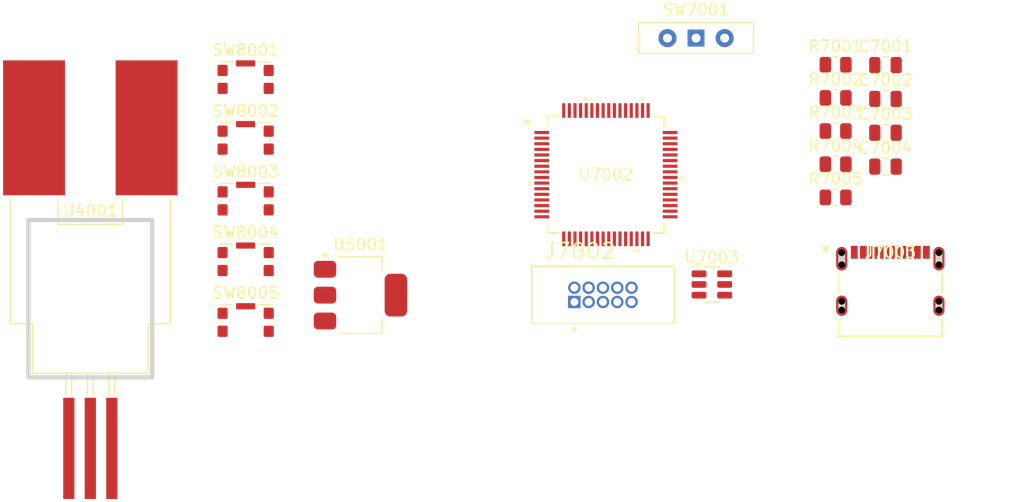
<source format=kicad_pcb>
(kicad_pcb (version 20240108) (generator "pcbnew") (generator_version "8.0")
  (layers (0 "F.Cu" signal) (1 "In1.Cu" signal) (2 "In2.Cu" signal) (3 "In3.Cu" signal) (4 "In4.Cu" signal) (31 "B.Cu" signal) (34 "B.Paste" user) (35 "F.Paste" user) (36 "B.SilkS" user "B.Silkscreen") (37 "F.SilkS" user "F.Silkscreen") (38 "B.Mask" user) (39 "F.Mask" user) (44 "Edge.Cuts" user))
  (net 0 "")
  (net 1 "VDD")
  (net 2 "NRST")
  (net 4 "GND")
  (net 6 "SWO")
  (net 7 "SWDIO")
  (net 8 "SWCLK")
  (net 9 "OB_LEFT")
  (net 10 "OB_UP")
  (net 14 "Net-(U4001-IP+)")
  (net 15 "/12V Supply/12v_spply_lw_crrnt_spply_dcpwr")
  (net 16 "/Low Current Supply/lw_crrnt_spply_u_cntrllr_dcpwr")
  (net 17 "/Low Current Supply/12v_spply_lw_crrnt_spply_dcpwr")
  (net 18 "OB_ENTER")
  (net 19 "OB_DOWN")
  (net 20 "OB_RIGHT")
  (net 22 "12V_CUR_SENS")
  (net 24 "/U Controller/PB14")
  (net 25 "/U Controller/PB9")
  (net 26 "12V_VOL_SENS")
  (net 27 "/U Controller/PF1")
  (net 32 "USB_DP")
  (net 33 "/U Controller/PB15")
  (net 35 "PMBUS_SDA")
  (net 39 "/U Controller/PB13")
  (net 41 "I2C_SDA")
  (net 42 "/U Controller/PF0")
  (net 45 "/U Controller/PB10")
  (net 46 "USB_DN")
  (net 55 "PMBUS_SCL")
  (net 60 "/U Controller/PB0")
  (net 61 "/U Controller/PB2")
  (net 62 "/U Controller/PB12")
  (net 64 "/U Controller/PB1")
  (net 68 "I2C_SCL")
  (net 72 "/U Controller/PB11")
  (net 73 "Net-(J7003-CC1)")
  (net 74 "Net-(J7003-CC2)")
  (net 75 "Net-(J7003-D+-PadA6)")
  (net 76 "Net-(J7003-D--PadA7)")
  (net 77 "Net-(J7003-VBUS-PadA4)")
  (footprint "Button_Switch_THT:SW_Slide-03_Wuerth-WS-SLTV_10x2.5x6.4_P2.54mm" (layer "F.Cu") (at 180.34 87.63)
    (property "Reference" "SW7001" (at 0 -2.54 0) (layer "F.SilkS"))
    (property "Value" "SW_Wuerth_450301014042")
    (fp_rect (start -5.11 -1.36) (end 5.11 1.36) (stroke (width 0.12)) (fill none) (layer "F.SilkS"))
    (pad "1" thru_hole rect (at 0 0) (size 1.5 1.5) (drill 0.8) (layers "*.Cu" "*.Mask") (net 8 "SWCLK"))
    (pad "2" thru_hole circle (at -2.54 0) (size 1.6 1.6) (drill 0.8) (layers "*.Cu" "*.Mask") (net 4 "GND"))
    (pad "3" thru_hole circle (at 2.54 0) (size 1.6 1.6) (drill 0.8) (layers "*.Cu" "*.Mask") (net 1 "VDD"))
  )
  (footprint "Capacitor_SMD:C_0805_2012Metric" (layer "F.Cu") (at 197.17 96.05)
    (property "Reference" "C7003" (at 0 -1.68 0) (layer "F.SilkS"))
    (property "Value" "4.7u")
    (fp_line (start -0.261252 -0.735) (end 0.261252 -0.735) (stroke (width 0.12)) (layer "F.SilkS"))
    (fp_line (start -0.261252 0.735) (end 0.261252 0.735) (stroke (width 0.12)) (layer "F.SilkS"))
    (pad "1" smd roundrect (at -0.95 0) (size 1 1.45) (layers "F.Cu" "F.Paste" "F.Mask") (net 1 "VDD"))
    (pad "2" smd roundrect (at 0.95 0) (size 1 1.45) (layers "F.Cu" "F.Paste" "F.Mask") (net 4 "GND"))
  )
  (footprint "Resistor_SMD:R_0805_2012Metric" (layer "F.Cu") (at 192.74 90)
    (property "Reference" "R7001" (at 0 -1.65 0) (layer "F.SilkS"))
    (property "Value" "5K1")
    (fp_line (start -0.227064 -0.735) (end 0.227064 -0.735) (stroke (width 0.12)) (layer "F.SilkS"))
    (fp_line (start -0.227064 0.735) (end 0.227064 0.735) (stroke (width 0.12)) (layer "F.SilkS"))
    (pad "1" smd roundrect (at -0.9125 0) (size 1.025 1.4) (layers "F.Cu" "F.Paste" "F.Mask") (roundrect_rratio 0.243902) (net 73 "Net-(J7003-CC1)"))
    (pad "2" smd roundrect (at 0.9125 0) (size 1.025 1.4) (layers "F.Cu" "F.Paste" "F.Mask") (roundrect_rratio 0.243902) (net 4 "GND"))
  )
  (footprint "Package_TO_SOT_SMD:SOT-223-3_TabPin2" (layer "F.Cu") (at 150.52 110.49)
    (property "Reference" "U5001" (at 0 -4.5 0) (layer "F.SilkS"))
    (property "Value" "LD1117S33TR_SOT223")
    (fp_line (start -1.85 -3.41) (end 1.91 -3.41) (stroke (width 0.12)) (layer "F.SilkS"))
    (fp_line (start -1.85 3.41) (end 1.91 3.41) (stroke (width 0.12)) (layer "F.SilkS"))
    (fp_line (start 1.91 -3.41) (end 1.91 -2.15) (stroke (width 0.12)) (layer "F.SilkS"))
    (fp_line (start 1.91 3.41) (end 1.91 2.15) (stroke (width 0.12)) (layer "F.SilkS"))
    (fp_poly (pts (xy -3.13 -3.31) (xy -3.37 -3.64) (xy -2.89 -3.64) (xy -3.13 -3.31)) (stroke (width 0.12)) (fill solid) (layer "F.SilkS"))
    (pad "1" smd roundrect (at -3.15 -2.3) (size 2 1.5) (layers "F.Cu" "F.Paste" "F.Mask") (net 4 "GND"))
    (pad "2" smd roundrect (at -3.15 0) (size 2 1.5) (layers "F.Cu" "F.Paste" "F.Mask") (net 16 "/Low Current Supply/lw_crrnt_spply_u_cntrllr_dcpwr"))
    (pad "2" smd roundrect (at 3.15 0) (size 2 3.8) (layers "F.Cu" "F.Paste" "F.Mask") (net 16 "/Low Current Supply/lw_crrnt_spply_u_cntrllr_dcpwr"))
    (pad "3" smd roundrect (at -3.15 2.3) (size 2 1.5) (layers "F.Cu" "F.Paste" "F.Mask") (net 17 "/Low Current Supply/12v_spply_lw_crrnt_spply_dcpwr"))
  )
  (footprint "Sensor_Current:Allegro_CB_PSS" (layer "F.Cu") (at 126.52 109.115)
    (property "Reference" "U4001" (at 0 -6.13125 0) (layer "F.SilkS"))
    (property "Value" "ACS758xCB-150B-PSS")
    (fp_line (start -7.12 3.91375) (end -7.12 -7.20625) (stroke (width 0.12)) (layer "F.SilkS"))
    (fp_line (start -5.12 3.91375) (end -7.12 3.91375) (stroke (width 0.12)) (layer "F.SilkS"))
    (fp_line (start -5.12 8.31375) (end -5.12 3.91375) (stroke (width 0.12)) (layer "F.SilkS"))
    (fp_line (start -2.88 -4.92625) (end -2.88 -7.20625) (stroke (width 0.12)) (layer "F.SilkS"))
    (fp_line (start -2.88 -4.92625) (end 2.88 -4.92625) (stroke (width 0.12)) (layer "F.SilkS"))
    (fp_line (start -2.165 8.31375) (end -2.165 10.25625) (stroke (width 0.12)) (layer "F.SilkS"))
    (fp_line (start -1.655 8.31375) (end -1.655 10.25625) (stroke (width 0.12)) (layer "F.SilkS"))
    (fp_line (start -0.255 8.31375) (end -0.255 10.25625) (stroke (width 0.12)) (layer "F.SilkS"))
    (fp_line (start 0.255 8.31375) (end 0.255 10.25625) (stroke (width 0.12)) (layer "F.SilkS"))
    (fp_line (start 1.655 8.31375) (end 1.655 10.25625) (stroke (width 0.12)) (layer "F.SilkS"))
    (fp_line (start 2.165 8.31375) (end 2.165 10.25625) (stroke (width 0.12)) (layer "F.SilkS"))
    (fp_line (start 2.88 -4.92625) (end 2.88 -7.20625) (stroke (width 0.12)) (layer "F.SilkS"))
    (fp_line (start 5.12 3.91375) (end 7.12 3.91375) (stroke (width 0.12)) (layer "F.SilkS"))
    (fp_line (start 5.12 8.31375) (end -5.12 8.31375) (stroke (width 0.12)) (layer "F.SilkS"))
    (fp_line (start 5.12 8.31375) (end 5.12 3.91375) (stroke (width 0.12)) (layer "F.SilkS"))
    (fp_line (start 7.12 3.91375) (end 7.12 -7.20625) (stroke (width 0.12)) (layer "F.SilkS"))
    (fp_line (start -5.5 -5.30625) (end 5.5 -5.30625) (stroke (width 0.381)) (layer "Edge.Cuts"))
    (fp_line (start -5.5 8.69375) (end -5.5 -5.30625) (stroke (width 0.381)) (layer "Edge.Cuts"))
    (fp_line (start 5.5 -5.30625) (end 5.5 8.69375) (stroke (width 0.381)) (layer "Edge.Cuts"))
    (fp_line (start 5.5 8.69375) (end -5.5 8.69375) (stroke (width 0.381)) (layer "Edge.Cuts"))
    (pad "1" smd rect (at -1.91 15.00625) (size 1 9) (layers "F.Cu" "F.Paste" "F.Mask"))
    (pad "2" smd rect (at 0 15.00625) (size 1 9) (layers "F.Cu" "F.Paste" "F.Mask"))
    (pad "3" smd rect (at 1.91 15.00625) (size 1 9) (layers "F.Cu" "F.Paste" "F.Mask"))
    (pad "4" smd rect (at 5 -13.50625) (size 5.5 12) (layers "F.Cu" "F.Paste" "F.Mask") (net 14 "Net-(U4001-IP+)"))
    (pad "5" smd rect (at -5 -13.50625) (size 5.5 12) (layers "F.Cu" "F.Paste" "F.Mask") (net 15 "/12V Supply/12v_spply_lw_crrnt_spply_dcpwr"))
  )
  (footprint "work:LQFP-64_STM" (layer "F.Cu") (at 172.332599 99.775099)
    (property "Reference" "U7002" (at 0 0 0) (layer "F.SilkS"))
    (property "Value" "STM32C071RBT6")
    (fp_line (start -5.1816 -5.1816) (end -5.1816 -4.22244) (stroke (width 0.1524)) (layer "F.SilkS"))
    (fp_line (start -5.1816 4.22244) (end -5.1816 5.1816) (stroke (width 0.1524)) (layer "F.SilkS"))
    (fp_line (start -5.1816 5.1816) (end -4.22244 5.1816) (stroke (width 0.1524)) (layer "F.SilkS"))
    (fp_line (start -4.22244 -5.1816) (end -5.1816 -5.1816) (stroke (width 0.1524)) (layer "F.SilkS"))
    (fp_line (start 4.22244 5.1816) (end 5.1816 5.1816) (stroke (width 0.1524)) (layer "F.SilkS"))
    (fp_line (start 5.1816 -5.1816) (end 4.22244 -5.1816) (stroke (width 0.1524)) (layer "F.SilkS"))
    (fp_line (start 5.1816 -4.22244) (end 5.1816 -5.1816) (stroke (width 0.1524)) (layer "F.SilkS"))
    (fp_line (start 5.1816 5.1816) (end 5.1816 4.22244) (stroke (width 0.1524)) (layer "F.SilkS"))
    (fp_poly (pts (xy -6.865099 0.559501) (xy -6.865099 0.940501) (xy -6.611099 0.940501) (xy -6.611099 0.559501)) (fill solid) (layer "F.SilkS"))
    (fp_poly (pts (xy -2.440501 6.611099) (xy -2.440501 6.865099) (xy -2.059501 6.865099) (xy -2.059501 6.611099)) (fill solid) (layer "F.SilkS"))
    (fp_poly (pts (xy -1.940499 -6.611099) (xy -1.940499 -6.865099) (xy -1.559499 -6.865099) (xy -1.559499 -6.611099)) (fill solid) (layer "F.SilkS"))
    (fp_poly (pts (xy 2.5595 6.611099) (xy 2.5595 6.865099) (xy 2.9405 6.865099) (xy 2.9405 6.611099)) (fill solid) (layer "F.SilkS"))
    (fp_poly (pts (xy 3.059501 -6.611099) (xy 3.059501 -6.865099) (xy 3.440501 -6.865099) (xy 3.440501 -6.611099)) (fill solid) (layer "F.SilkS"))
    (fp_poly (pts (xy 6.865099 0.059499) (xy 6.865099 0.4405) (xy 6.611099 0.4405) (xy 6.611099 0.059499)) (fill solid) (layer "F.SilkS"))
    (fp_text user "*" (at -6.9921 -4.381 0) (layer "F.SilkS"))
    (fp_text user "*" (at -6.9921 -4.381 0) (layer "F.SilkS"))
    (pad "1" smd rect (at -5.705851 -3.75 90) (size 0.2794 1.302499) (layers "F.Cu" "F.Paste" "F.Mask"))
    (pad "2" smd rect (at -5.705851 -3.250001 90) (size 0.2794 1.302499) (layers "F.Cu" "F.Paste" "F.Mask"))
    (pad "3" smd rect (at -5.705851 -2.75 90) (size 0.2794 1.302499) (layers "F.Cu" "F.Paste" "F.Mask"))
    (pad "4" smd rect (at -5.705851 -2.250001 90) (size 0.2794 1.302499) (layers "F.Cu" "F.Paste" "F.Mask"))
    (pad "5" smd rect (at -5.705851 -1.749999 90) (size 0.2794 1.302499) (layers "F.Cu" "F.Paste" "F.Mask"))
    (pad "6" smd rect (at -5.705851 -1.25 90) (size 0.2794 1.302499) (layers "F.Cu" "F.Paste" "F.Mask"))
    (pad "7" smd rect (at -5.705851 -0.750001 90) (size 0.2794 1.302499) (layers "F.Cu" "F.Paste" "F.Mask") (net 1 "VDD"))
    (pad "8" smd rect (at -5.705851 -0.25 90) (size 0.2794 1.302499) (layers "F.Cu" "F.Paste" "F.Mask") (net 1 "VDD"))
    (pad "9" smd rect (at -5.705851 0.25 90) (size 0.2794 1.302499) (layers "F.Cu" "F.Paste" "F.Mask") (net 4 "GND"))
    (pad "10" smd rect (at -5.705851 0.750001 90) (size 0.2794 1.302499) (layers "F.Cu" "F.Paste" "F.Mask") (net 42 "/U Controller/PF0"))
    (pad "11" smd rect (at -5.705851 1.25 90) (size 0.2794 1.302499) (layers "F.Cu" "F.Paste" "F.Mask") (net 27 "/U Controller/PF1"))
    (pad "12" smd rect (at -5.705851 1.749999 90) (size 0.2794 1.302499) (layers "F.Cu" "F.Paste" "F.Mask") (net 2 "NRST"))
    (pad "13" smd rect (at -5.705851 2.250001 90) (size 0.2794 1.302499) (layers "F.Cu" "F.Paste" "F.Mask"))
    (pad "14" smd rect (at -5.705851 2.75 90) (size 0.2794 1.302499) (layers "F.Cu" "F.Paste" "F.Mask"))
    (pad "15" smd rect (at -5.705851 3.250001 90) (size 0.2794 1.302499) (layers "F.Cu" "F.Paste" "F.Mask"))
    (pad "16" smd rect (at -5.705851 3.75 90) (size 0.2794 1.302499) (layers "F.Cu" "F.Paste" "F.Mask"))
    (pad "17" smd rect (at -3.75 5.705851) (size 0.2794 1.302499) (layers "F.Cu" "F.Paste" "F.Mask") (net 22 "12V_CUR_SENS"))
    (pad "18" smd rect (at -3.250001 5.705851) (size 0.2794 1.302499) (layers "F.Cu" "F.Paste" "F.Mask") (net 26 "12V_VOL_SENS"))
    (pad "19" smd rect (at -2.75 5.705851) (size 0.2794 1.302499) (layers "F.Cu" "F.Paste" "F.Mask"))
    (pad "20" smd rect (at -2.250001 5.705851) (size 0.2794 1.302499) (layers "F.Cu" "F.Paste" "F.Mask"))
    (pad "21" smd rect (at -1.749999 5.705851) (size 0.2794 1.302499) (layers "F.Cu" "F.Paste" "F.Mask"))
    (pad "22" smd rect (at -1.25 5.705851) (size 0.2794 1.302499) (layers "F.Cu" "F.Paste" "F.Mask"))
    (pad "23" smd rect (at -0.750001 5.705851) (size 0.2794 1.302499) (layers "F.Cu" "F.Paste" "F.Mask") (net 41 "I2C_SDA"))
    (pad "24" smd rect (at -0.25 5.705851) (size 0.2794 1.302499) (layers "F.Cu" "F.Paste" "F.Mask") (net 68 "I2C_SCL"))
    (pad "25" smd rect (at 0.25 5.705851) (size 0.2794 1.302499) (layers "F.Cu" "F.Paste" "F.Mask"))
    (pad "26" smd rect (at 0.750001 5.705851) (size 0.2794 1.302499) (layers "F.Cu" "F.Paste" "F.Mask"))
    (pad "27" smd rect (at 1.25 5.705851) (size 0.2794 1.302499) (layers "F.Cu" "F.Paste" "F.Mask") (net 60 "/U Controller/PB0"))
    (pad "28" smd rect (at 1.749999 5.705851) (size 0.2794 1.302499) (layers "F.Cu" "F.Paste" "F.Mask") (net 64 "/U Controller/PB1"))
    (pad "29" smd rect (at 2.250001 5.705851) (size 0.2794 1.302499) (layers "F.Cu" "F.Paste" "F.Mask") (net 61 "/U Controller/PB2"))
    (pad "30" smd rect (at 2.75 5.705851) (size 0.2794 1.302499) (layers "F.Cu" "F.Paste" "F.Mask") (net 45 "/U Controller/PB10"))
    (pad "31" smd rect (at 3.250001 5.705851) (size 0.2794 1.302499) (layers "F.Cu" "F.Paste" "F.Mask") (net 72 "/U Controller/PB11"))
    (pad "32" smd rect (at 3.75 5.705851) (size 0.2794 1.302499) (layers "F.Cu" "F.Paste" "F.Mask") (net 62 "/U Controller/PB12"))
    (pad "33" smd rect (at 5.705851 3.75 90) (size 0.2794 1.302499) (layers "F.Cu" "F.Paste" "F.Mask") (net 39 "/U Controller/PB13"))
    (pad "34" smd rect (at 5.705851 3.250001 90) (size 0.2794 1.302499) (layers "F.Cu" "F.Paste" "F.Mask") (net 24 "/U Controller/PB14"))
    (pad "35" smd rect (at 5.705851 2.75 90) (size 0.2794 1.302499) (layers "F.Cu" "F.Paste" "F.Mask") (net 33 "/U Controller/PB15"))
    (pad "36" smd rect (at 5.705851 2.250001 90) (size 0.2794 1.302499) (layers "F.Cu" "F.Paste" "F.Mask"))
    (pad "37" smd rect (at 5.705851 1.749999 90) (size 0.2794 1.302499) (layers "F.Cu" "F.Paste" "F.Mask") (net 55 "PMBUS_SCL"))
    (pad "38" smd rect (at 5.705851 1.25 90) (size 0.2794 1.302499) (layers "F.Cu" "F.Paste" "F.Mask"))
    (pad "39" smd rect (at 5.705851 0.750001 90) (size 0.2794 1.302499) (layers "F.Cu" "F.Paste" "F.Mask"))
    (pad "40" smd rect (at 5.705851 0.25 90) (size 0.2794 1.302499) (layers "F.Cu" "F.Paste" "F.Mask"))
    (pad "41" smd rect (at 5.705851 -0.25 90) (size 0.2794 1.302499) (layers "F.Cu" "F.Paste" "F.Mask"))
    (pad "42" smd rect (at 5.705851 -0.750001 90) (size 0.2794 1.302499) (layers "F.Cu" "F.Paste" "F.Mask") (net 35 "PMBUS_SDA"))
    (pad "43" smd rect (at 5.705851 -1.25 90) (size 0.2794 1.302499) (layers "F.Cu" "F.Paste" "F.Mask") (net 46 "USB_DN"))
    (pad "44" smd rect (at 5.705851 -1.749999 90) (size 0.2794 1.302499) (layers "F.Cu" "F.Paste" "F.Mask") (net 32 "USB_DP"))
    (pad "45" smd rect (at 5.705851 -2.250001 90) (size 0.2794 1.302499) (layers "F.Cu" "F.Paste" "F.Mask") (net 7 "SWDIO"))
    (pad "46" smd rect (at 5.705851 -2.75 90) (size 0.2794 1.302499) (layers "F.Cu" "F.Paste" "F.Mask") (net 8 "SWCLK"))
    (pad "47" smd rect (at 5.705851 -3.250001 90) (size 0.2794 1.302499) (layers "F.Cu" "F.Paste" "F.Mask"))
    (pad "48" smd rect (at 5.705851 -3.75 90) (size 0.2794 1.302499) (layers "F.Cu" "F.Paste" "F.Mask"))
    (pad "49" smd rect (at 3.75 -5.705851) (size 0.2794 1.302499) (layers "F.Cu" "F.Paste" "F.Mask"))
    (pad "50" smd rect (at 3.250001 -5.705851) (size 0.2794 1.302499) (layers "F.Cu" "F.Paste" "F.Mask"))
    (pad "51" smd rect (at 2.75 -5.705851) (size 0.2794 1.302499) (layers "F.Cu" "F.Paste" "F.Mask"))
    (pad "52" smd rect (at 2.250001 -5.705851) (size 0.2794 1.302499) (layers "F.Cu" "F.Paste" "F.Mask"))
    (pad "53" smd rect (at 1.749999 -5.705851) (size 0.2794 1.302499) (layers "F.Cu" "F.Paste" "F.Mask"))
    (pad "54" smd rect (at 1.25 -5.705851) (size 0.2794 1.302499) (layers "F.Cu" "F.Paste" "F.Mask"))
    (pad "55" smd rect (at 0.750001 -5.705851) (size 0.2794 1.302499) (layers "F.Cu" "F.Paste" "F.Mask"))
    (pad "56" smd rect (at 0.25 -5.705851) (size 0.2794 1.302499) (layers "F.Cu" "F.Paste" "F.Mask"))
    (pad "57" smd rect (at -0.25 -5.705851) (size 0.2794 1.302499) (layers "F.Cu" "F.Paste" "F.Mask") (net 6 "SWO"))
    (pad "58" smd rect (at -0.750001 -5.705851) (size 0.2794 1.302499) (layers "F.Cu" "F.Paste" "F.Mask") (net 10 "OB_UP"))
    (pad "59" smd rect (at -1.25 -5.705851) (size 0.2794 1.302499) (layers "F.Cu" "F.Paste" "F.Mask") (net 19 "OB_DOWN"))
    (pad "60" smd rect (at -1.749999 -5.705851) (size 0.2794 1.302499) (layers "F.Cu" "F.Paste" "F.Mask") (net 9 "OB_LEFT"))
    (pad "61" smd rect (at -2.250001 -5.705851) (size 0.2794 1.302499) (layers "F.Cu" "F.Paste" "F.Mask") (net 20 "OB_RIGHT"))
    (pad "62" smd rect (at -2.75 -5.705851) (size 0.2794 1.302499) (layers "F.Cu" "F.Paste" "F.Mask") (net 18 "OB_ENTER"))
    (pad "63" smd rect (at -3.250001 -5.705851) (size 0.2794 1.302499) (layers "F.Cu" "F.Paste" "F.Mask") (net 25 "/U Controller/PB9"))
    (pad "64" smd rect (at -3.75 -5.705851) (size 0.2794 1.302499) (layers "F.Cu" "F.Paste" "F.Mask"))
  )
  (footprint "Capacitor_SMD:C_0805_2012Metric" (layer "F.Cu") (at 197.17 99.06)
    (property "Reference" "C7004" (at 0 -1.68 0) (layer "F.SilkS"))
    (property "Value" "100n")
    (fp_line (start -0.261252 -0.735) (end 0.261252 -0.735) (stroke (width 0.12)) (layer "F.SilkS"))
    (fp_line (start -0.261252 0.735) (end 0.261252 0.735) (stroke (width 0.12)) (layer "F.SilkS"))
    (pad "1" smd roundrect (at -0.95 0) (size 1 1.45) (layers "F.Cu" "F.Paste" "F.Mask") (net 1 "VDD"))
    (pad "2" smd roundrect (at 0.95 0) (size 1 1.45) (layers "F.Cu" "F.Paste" "F.Mask") (net 4 "GND"))
  )
  (footprint "Button_Switch_SMD:SW_SPST_CK_KMS2xxGP" (layer "F.Cu") (at 140.32 102.105)
    (property "Reference" "SW8003" (at 0 -2.6 0) (layer "F.SilkS"))
    (property "Value" "CK_KMS2xxG")
    (fp_line (start -2.21 -1.56) (end -1.11 -1.56) (stroke (width 0.12)) (layer "F.SilkS"))
    (fp_line (start -2.21 -0.04) (end -2.21 0.04) (stroke (width 0.12)) (layer "F.SilkS"))
    (fp_line (start 1.11 -1.56) (end 2.21 -1.56) (stroke (width 0.12)) (layer "F.SilkS"))
    (fp_line (start 2.21 -0.04) (end 2.21 0.04) (stroke (width 0.12)) (layer "F.SilkS"))
    (pad "" np_thru_hole circle (at -0.975 0.75) (size 0.9 0.9) (drill 0.9) (layers "F&B.Cu" "*.Mask"))
    (pad "" np_thru_hole circle (at 0.975 0.75) (size 0.9 0.9) (drill 0.9) (layers "F&B.Cu" "*.Mask"))
    (pad "1" smd roundrect (at -2.05 -0.8) (size 0.9 1) (layers "F.Cu" "F.Paste" "F.Mask") (roundrect_rratio 0.15) (net 4 "GND"))
    (pad "1" smd roundrect (at 2.05 -0.8) (size 0.9 1) (layers "F.Cu" "F.Paste" "F.Mask") (roundrect_rratio 0.15) (net 4 "GND"))
    (pad "2" smd roundrect (at -2.05 0.8) (size 0.9 1) (layers "F.Cu" "F.Paste" "F.Mask") (roundrect_rratio 0.15) (net 18 "OB_ENTER"))
    (pad "2" smd roundrect (at 2.05 0.8) (size 0.9 1) (layers "F.Cu" "F.Paste" "F.Mask") (roundrect_rratio 0.15) (net 18 "OB_ENTER"))
    (pad "SH" smd roundrect (at 0 -1.425) (size 1.7 0.55) (layers "F.Cu" "F.Paste" "F.Mask") (roundrect_rratio 0.15) (net 4 "GND"))
  )
  (footprint "Button_Switch_SMD:SW_SPST_CK_KMS2xxGP" (layer "F.Cu") (at 140.32 112.905)
    (property "Reference" "SW8005" (at 0 -2.6 0) (layer "F.SilkS"))
    (property "Value" "CK_KMS2xxG")
    (fp_line (start -2.21 -1.56) (end -1.11 -1.56) (stroke (width 0.12)) (layer "F.SilkS"))
    (fp_line (start -2.21 -0.04) (end -2.21 0.04) (stroke (width 0.12)) (layer "F.SilkS"))
    (fp_line (start 1.11 -1.56) (end 2.21 -1.56) (stroke (width 0.12)) (layer "F.SilkS"))
    (fp_line (start 2.21 -0.04) (end 2.21 0.04) (stroke (width 0.12)) (layer "F.SilkS"))
    (pad "" np_thru_hole circle (at -0.975 0.75) (size 0.9 0.9) (drill 0.9) (layers "F&B.Cu" "*.Mask"))
    (pad "" np_thru_hole circle (at 0.975 0.75) (size 0.9 0.9) (drill 0.9) (layers "F&B.Cu" "*.Mask"))
    (pad "1" smd roundrect (at -2.05 -0.8) (size 0.9 1) (layers "F.Cu" "F.Paste" "F.Mask") (roundrect_rratio 0.15) (net 4 "GND"))
    (pad "1" smd roundrect (at 2.05 -0.8) (size 0.9 1) (layers "F.Cu" "F.Paste" "F.Mask") (roundrect_rratio 0.15) (net 4 "GND"))
    (pad "2" smd roundrect (at -2.05 0.8) (size 0.9 1) (layers "F.Cu" "F.Paste" "F.Mask") (roundrect_rratio 0.15) (net 20 "OB_RIGHT"))
    (pad "2" smd roundrect (at 2.05 0.8) (size 0.9 1) (layers "F.Cu" "F.Paste" "F.Mask") (roundrect_rratio 0.15) (net 20 "OB_RIGHT"))
    (pad "SH" smd roundrect (at 0 -1.425) (size 1.7 0.55) (layers "F.Cu" "F.Paste" "F.Mask") (roundrect_rratio 0.15) (net 4 "GND"))
  )
  (footprint "work:12402012E212A_AMP" (layer "F.Cu") (at 197.600001 110.3503)
    (property "Reference" "J7003" (at 0 -3.6703 0) (layer "F.SilkS"))
    (property "Value" "USB_C_Receptacle_USB2.0_16P")
    (fp_line (start -4.5974 -1.761308) (end -4.5974 -0.106891) (stroke (width 0.1524)) (layer "F.SilkS"))
    (fp_line (start -4.5974 2.266293) (end -4.5974 3.7973) (stroke (width 0.1524)) (layer "F.SilkS"))
    (fp_line (start -4.5974 3.7973) (end 4.5974 3.7973) (stroke (width 0.1524)) (layer "F.SilkS"))
    (fp_line (start 4.5974 -0.106891) (end 4.5974 -1.761308) (stroke (width 0.1524)) (layer "F.SilkS"))
    (fp_line (start 4.5974 3.7973) (end 4.5974 2.266293) (stroke (width 0.1524)) (layer "F.SilkS"))
    (fp_line (start -4.32 -2.5542) (end -4.32 -3.6464) (stroke (width 0.6096)) (layer "Edge.Cuts"))
    (fp_line (start -4.32 1.473401) (end -4.32 0.686001) (stroke (width 0.6096)) (layer "Edge.Cuts"))
    (fp_line (start 4.32 -2.5542) (end 4.32 -3.6464) (stroke (width 0.6096)) (layer "Edge.Cuts"))
    (fp_line (start 4.32 1.473401) (end 4.32 0.686001) (stroke (width 0.6096)) (layer "Edge.Cuts"))
    (fp_text user "*" (at -5.740001 -3.6703 0) (layer "F.SilkS"))
    (fp_text user "*" (at -5.740001 -3.6703 0) (layer "F.SilkS"))
    (pad "" np_thru_hole circle (at -4.32 -3.6464) (size 0.6096 0.6096) (drill 0.6096) (layers))
    (pad "" np_thru_hole circle (at -4.32 -2.5542) (size 0.6096 0.6096) (drill 0.6096) (layers))
    (pad "" np_thru_hole circle (at -4.32 0.686001) (size 0.6096 0.6096) (drill 0.6096) (layers))
    (pad "" np_thru_hole circle (at -4.32 1.473401) (size 0.6096 0.6096) (drill 0.6096) (layers))
    (pad "" np_thru_hole circle (at -2.889999 -2.6003) (size 0.6604 0.6604) (drill 0.6604) (layers "*.Cu" "*.Mask"))
    (pad "" np_thru_hole circle (at 2.889999 -2.6003) (size 0.6604 0.6604) (drill 0.6604) (layers "*.Cu" "*.Mask"))
    (pad "" np_thru_hole circle (at 4.32 -3.6464) (size 0.6096 0.6096) (drill 0.6096) (layers))
    (pad "" np_thru_hole circle (at 4.32 -2.5542) (size 0.6096 0.6096) (drill 0.6096) (layers))
    (pad "" np_thru_hole circle (at 4.32 0.686001) (size 0.6096 0.6096) (drill 0.6096) (layers))
    (pad "" np_thru_hole circle (at 4.32 1.473401) (size 0.6096 0.6096) (drill 0.6096) (layers))
    (pad "A1" smd rect (at -3.200001 -3.6703) (size 0.6096 1.143) (layers "F.Cu" "F.Paste" "F.Mask") (net 4 "GND"))
    (pad "A4" smd rect (at -2.4 -3.6703) (size 0.6096 1.143) (layers "F.Cu" "F.Paste" "F.Mask") (net 77 "Net-(J7003-VBUS-PadA4)"))
    (pad "A5" smd rect (at -1.25 -3.6703) (size 0.3048 1.143) (layers "F.Cu" "F.Paste" "F.Mask") (net 73 "Net-(J7003-CC1)"))
    (pad "A6" smd rect (at -0.25 -3.6703) (size 0.3048 1.143) (layers "F.Cu" "F.Paste" "F.Mask") (net 75 "Net-(J7003-D+-PadA6)"))
    (pad "A7" smd rect (at 0.25 -3.6703) (size 0.3048 1.143) (layers "F.Cu" "F.Paste" "F.Mask") (net 76 "Net-(J7003-D--PadA7)"))
    (pad "A8" smd rect (at 1.25 -3.6703) (size 0.3048 1.143) (layers "F.Cu" "F.Paste" "F.Mask"))
    (pad "B1" smd rect (at 3.199999 -3.6703) (size 0.6096 1.143) (layers "F.Cu" "F.Paste" "F.Mask") (net 4 "GND"))
    (pad "B4" smd rect (at 2.4 -3.6703) (size 0.6096 1.143) (layers "F.Cu" "F.Paste" "F.Mask") (net 77 "Net-(J7003-VBUS-PadA4)"))
    (pad "B5" smd rect (at 1.749999 -3.6703) (size 0.3048 1.143) (layers "F.Cu" "F.Paste" "F.Mask") (net 74 "Net-(J7003-CC2)"))
    (pad "B6" smd rect (at 0.750001 -3.6703) (size 0.3048 1.143) (layers "F.Cu" "F.Paste" "F.Mask") (net 75 "Net-(J7003-D+-PadA6)"))
    (pad "B7" smd rect (at -0.750001 -3.6703) (size 0.3048 1.143) (layers "F.Cu" "F.Paste" "F.Mask") (net 76 "Net-(J7003-D--PadA7)"))
    (pad "B8" smd rect (at -1.749999 -3.6703) (size 0.3048 1.143) (layers "F.Cu" "F.Paste" "F.Mask"))
    (pad "S1" smd oval (at -4.32 -3.1003) (size 0.9906 2.1082) (layers "F.Cu" "F.Paste" "F.Mask") (net 4 "GND"))
    (pad "S1" smd oval (at -4.32 1.079701) (size 0.9906 1.8034) (layers "F.Cu" "F.Paste" "F.Mask") (net 4 "GND"))
    (pad "S1" smd oval (at 4.32 -3.1003) (size 0.9906 2.1082) (layers "F.Cu" "F.Paste" "F.Mask") (net 4 "GND"))
    (pad "S1" smd oval (at 4.32 1.079701) (size 0.9906 1.8034) (layers "F.Cu" "F.Paste" "F.Mask") (net 4 "GND"))
  )
  (footprint "Resistor_SMD:R_0805_2012Metric" (layer "F.Cu") (at 192.74 92.95)
    (property "Reference" "R7002" (at 0 -1.65 0) (layer "F.SilkS"))
    (property "Value" "5K1")
    (fp_line (start -0.227064 -0.735) (end 0.227064 -0.735) (stroke (width 0.12)) (layer "F.SilkS"))
    (fp_line (start -0.227064 0.735) (end 0.227064 0.735) (stroke (width 0.12)) (layer "F.SilkS"))
    (pad "1" smd roundrect (at -0.9125 0) (size 1.025 1.4) (layers "F.Cu" "F.Paste" "F.Mask") (roundrect_rratio 0.243902) (net 74 "Net-(J7003-CC2)"))
    (pad "2" smd roundrect (at 0.9125 0) (size 1.025 1.4) (layers "F.Cu" "F.Paste" "F.Mask") (roundrect_rratio 0.243902) (net 4 "GND"))
  )
  (footprint "Button_Switch_SMD:SW_SPST_CK_KMS2xxGP" (layer "F.Cu") (at 140.32 107.505)
    (property "Reference" "SW8004" (at 0 -2.6 0) (layer "F.SilkS"))
    (property "Value" "CK_KMS2xxG")
    (fp_line (start -2.21 -1.56) (end -1.11 -1.56) (stroke (width 0.12)) (layer "F.SilkS"))
    (fp_line (start -2.21 -0.04) (end -2.21 0.04) (stroke (width 0.12)) (layer "F.SilkS"))
    (fp_line (start 1.11 -1.56) (end 2.21 -1.56) (stroke (width 0.12)) (layer "F.SilkS"))
    (fp_line (start 2.21 -0.04) (end 2.21 0.04) (stroke (width 0.12)) (layer "F.SilkS"))
    (pad "" np_thru_hole circle (at -0.975 0.75) (size 0.9 0.9) (drill 0.9) (layers "F&B.Cu" "*.Mask"))
    (pad "" np_thru_hole circle (at 0.975 0.75) (size 0.9 0.9) (drill 0.9) (layers "F&B.Cu" "*.Mask"))
    (pad "1" smd roundrect (at -2.05 -0.8) (size 0.9 1) (layers "F.Cu" "F.Paste" "F.Mask") (roundrect_rratio 0.15) (net 19 "OB_DOWN"))
    (pad "1" smd roundrect (at 2.05 -0.8) (size 0.9 1) (layers "F.Cu" "F.Paste" "F.Mask") (roundrect_rratio 0.15) (net 19 "OB_DOWN"))
    (pad "2" smd roundrect (at -2.05 0.8) (size 0.9 1) (layers "F.Cu" "F.Paste" "F.Mask") (roundrect_rratio 0.15) (net 4 "GND"))
    (pad "2" smd roundrect (at 2.05 0.8) (size 0.9 1) (layers "F.Cu" "F.Paste" "F.Mask") (roundrect_rratio 0.15) (net 4 "GND"))
    (pad "SH" smd roundrect (at 0 -1.425) (size 1.7 0.55) (layers "F.Cu" "F.Paste" "F.Mask") (roundrect_rratio 0.15) (net 4 "GND"))
  )
  (footprint "Button_Switch_SMD:SW_SPST_CK_KMS2xxGP" (layer "F.Cu") (at 140.32 96.705)
    (property "Reference" "SW8002" (at 0 -2.6 0) (layer "F.SilkS"))
    (property "Value" "CK_KMS2xxG")
    (fp_line (start -2.21 -1.56) (end -1.11 -1.56) (stroke (width 0.12)) (layer "F.SilkS"))
    (fp_line (start -2.21 -0.04) (end -2.21 0.04) (stroke (width 0.12)) (layer "F.SilkS"))
    (fp_line (start 1.11 -1.56) (end 2.21 -1.56) (stroke (width 0.12)) (layer "F.SilkS"))
    (fp_line (start 2.21 -0.04) (end 2.21 0.04) (stroke (width 0.12)) (layer "F.SilkS"))
    (pad "" np_thru_hole circle (at -0.975 0.75) (size 0.9 0.9) (drill 0.9) (layers "F&B.Cu" "*.Mask"))
    (pad "" np_thru_hole circle (at 0.975 0.75) (size 0.9 0.9) (drill 0.9) (layers "F&B.Cu" "*.Mask"))
    (pad "1" smd roundrect (at -2.05 -0.8) (size 0.9 1) (layers "F.Cu" "F.Paste" "F.Mask") (roundrect_rratio 0.15) (net 4 "GND"))
    (pad "1" smd roundrect (at 2.05 -0.8) (size 0.9 1) (layers "F.Cu" "F.Paste" "F.Mask") (roundrect_rratio 0.15) (net 4 "GND"))
    (pad "2" smd roundrect (at -2.05 0.8) (size 0.9 1) (layers "F.Cu" "F.Paste" "F.Mask") (roundrect_rratio 0.15) (net 10 "OB_UP"))
    (pad "2" smd roundrect (at 2.05 0.8) (size 0.9 1) (layers "F.Cu" "F.Paste" "F.Mask") (roundrect_rratio 0.15) (net 10 "OB_UP"))
    (pad "SH" smd roundrect (at 0 -1.425) (size 1.7 0.55) (layers "F.Cu" "F.Paste" "F.Mask") (roundrect_rratio 0.15) (net 4 "GND"))
  )
  (footprint "Capacitor_SMD:C_0805_2012Metric" (layer "F.Cu") (at 197.17 93.04)
    (property "Reference" "C7002" (at 0 -1.68 0) (layer "F.SilkS"))
    (property "Value" "6pF")
    (fp_line (start -0.261252 -0.735) (end 0.261252 -0.735) (stroke (width 0.12)) (layer "F.SilkS"))
    (fp_line (start -0.261252 0.735) (end 0.261252 0.735) (stroke (width 0.12)) (layer "F.SilkS"))
    (pad "1" smd roundrect (at -0.95 0) (size 1 1.45) (layers "F.Cu" "F.Paste" "F.Mask") (net 4 "GND"))
    (pad "2" smd roundrect (at 0.95 0) (size 1 1.45) (layers "F.Cu" "F.Paste" "F.Mask") (net 27 "/U Controller/PF1"))
  )
  (footprint "Button_Switch_SMD:SW_SPST_CK_KMS2xxGP" (layer "F.Cu") (at 140.32 91.305)
    (property "Reference" "SW8001" (at 0 -2.6 0) (layer "F.SilkS"))
    (property "Value" "CK_KMS2xxG")
    (fp_line (start -2.21 -1.56) (end -1.11 -1.56) (stroke (width 0.12)) (layer "F.SilkS"))
    (fp_line (start -2.21 -0.04) (end -2.21 0.04) (stroke (width 0.12)) (layer "F.SilkS"))
    (fp_line (start 1.11 -1.56) (end 2.21 -1.56) (stroke (width 0.12)) (layer "F.SilkS"))
    (fp_line (start 2.21 -0.04) (end 2.21 0.04) (stroke (width 0.12)) (layer "F.SilkS"))
    (pad "" np_thru_hole circle (at -0.975 0.75) (size 0.9 0.9) (drill 0.9) (layers "F&B.Cu" "*.Mask"))
    (pad "" np_thru_hole circle (at 0.975 0.75) (size 0.9 0.9) (drill 0.9) (layers "F&B.Cu" "*.Mask"))
    (pad "1" smd roundrect (at -2.05 -0.8) (size 0.9 1) (layers "F.Cu" "F.Paste" "F.Mask") (roundrect_rratio 0.15) (net 4 "GND"))
    (pad "1" smd roundrect (at 2.05 -0.8) (size 0.9 1) (layers "F.Cu" "F.Paste" "F.Mask") (roundrect_rratio 0.15) (net 4 "GND"))
    (pad "2" smd roundrect (at -2.05 0.8) (size 0.9 1) (layers "F.Cu" "F.Paste" "F.Mask") (roundrect_rratio 0.15) (net 9 "OB_LEFT"))
    (pad "2" smd roundrect (at 2.05 0.8) (size 0.9 1) (layers "F.Cu" "F.Paste" "F.Mask") (roundrect_rratio 0.15) (net 9 "OB_LEFT"))
    (pad "SH" smd roundrect (at 0 -1.425) (size 1.7 0.55) (layers "F.Cu" "F.Paste" "F.Mask") (roundrect_rratio 0.15) (net 4 "GND"))
  )
  (footprint "Resistor_SMD:R_0805_2012Metric" (layer "F.Cu") (at 192.74 101.8)
    (property "Reference" "R7005" (at 0 -1.65 0) (layer "F.SilkS"))
    (property "Value" "100k")
    (fp_line (start -0.227064 -0.735) (end 0.227064 -0.735) (stroke (width 0.12)) (layer "F.SilkS"))
    (fp_line (start -0.227064 0.735) (end 0.227064 0.735) (stroke (width 0.12)) (layer "F.SilkS"))
    (pad "1" smd roundrect (at -0.9125 0) (size 1.025 1.4) (layers "F.Cu" "F.Paste" "F.Mask") (roundrect_rratio 0.243902) (net 8 "SWCLK"))
    (pad "2" smd roundrect (at 0.9125 0) (size 1.025 1.4) (layers "F.Cu" "F.Paste" "F.Mask") (roundrect_rratio 0.243902) (net 4 "GND"))
  )
  (footprint "Resistor_SMD:R_0805_2012Metric" (layer "F.Cu") (at 192.74 98.85)
    (property "Reference" "R7004" (at 0 -1.65 0) (layer "F.SilkS"))
    (property "Value" "100k")
    (fp_line (start -0.227064 -0.735) (end 0.227064 -0.735) (stroke (width 0.12)) (layer "F.SilkS"))
    (fp_line (start -0.227064 0.735) (end 0.227064 0.735) (stroke (width 0.12)) (layer "F.SilkS"))
    (pad "1" smd roundrect (at -0.9125 0) (size 1.025 1.4) (layers "F.Cu" "F.Paste" "F.Mask") (roundrect_rratio 0.243902) (net 1 "VDD"))
    (pad "2" smd roundrect (at 0.9125 0) (size 1.025 1.4) (layers "F.Cu" "F.Paste" "F.Mask") (roundrect_rratio 0.243902) (net 7 "SWDIO"))
  )
  (footprint "Package_TO_SOT_SMD:SOT-23-6" (layer "F.Cu") (at 181.7425 109.54)
    (property "Reference" "U7003" (at 0 -2.4 0) (layer "F.SilkS"))
    (property "Value" "USBLC6-2SC6")
    (fp_line (start 0 -1.56) (end -0.8 -1.56) (stroke (width 0.12)) (layer "F.SilkS"))
    (fp_line (start 0 -1.56) (end 0.8 -1.56) (stroke (width 0.12)) (layer "F.SilkS"))
    (fp_line (start 0 1.56) (end -0.8 1.56) (stroke (width 0.12)) (layer "F.SilkS"))
    (fp_line (start 0 1.56) (end 0.8 1.56) (stroke (width 0.12)) (layer "F.SilkS"))
    (fp_poly (pts (xy -1.3 -1.51) (xy -1.54 -1.84) (xy -1.06 -1.84) (xy -1.3 -1.51)) (stroke (width 0.12)) (fill solid) (layer "F.SilkS"))
    (pad "1" smd roundrect (at -1.1375 -0.95) (size 1.325 0.6) (layers "F.Cu" "F.Paste" "F.Mask") (net 76 "Net-(J7003-D--PadA7)"))
    (pad "2" smd roundrect (at -1.1375 0) (size 1.325 0.6) (layers "F.Cu" "F.Paste" "F.Mask") (net 4 "GND"))
    (pad "3" smd roundrect (at -1.1375 0.95) (size 1.325 0.6) (layers "F.Cu" "F.Paste" "F.Mask") (net 75 "Net-(J7003-D+-PadA6)"))
    (pad "4" smd roundrect (at 1.1375 0.95) (size 1.325 0.6) (layers "F.Cu" "F.Paste" "F.Mask") (net 32 "USB_DP"))
    (pad "5" smd roundrect (at 1.1375 0) (size 1.325 0.6) (layers "F.Cu" "F.Paste" "F.Mask") (net 1 "VDD"))
    (pad "6" smd roundrect (at 1.1375 -0.95) (size 1.325 0.6) (layers "F.Cu" "F.Paste" "F.Mask") (net 46 "USB_DN"))
  )
  (footprint "Resistor_SMD:R_0805_2012Metric" (layer "F.Cu") (at 192.74 95.9)
    (property "Reference" "R7003" (at 0 -1.65 0) (layer "F.SilkS"))
    (property "Value" "10K")
    (fp_line (start -0.227064 -0.735) (end 0.227064 -0.735) (stroke (width 0.12)) (layer "F.SilkS"))
    (fp_line (start -0.227064 0.735) (end 0.227064 0.735) (stroke (width 0.12)) (layer "F.SilkS"))
    (pad "1" smd roundrect (at -0.9125 0) (size 1.025 1.4) (layers "F.Cu" "F.Paste" "F.Mask") (roundrect_rratio 0.243902) (net 4 "GND"))
    (pad "2" smd roundrect (at 0.9125 0) (size 1.025 1.4) (layers "F.Cu" "F.Paste" "F.Mask") (roundrect_rratio 0.243902) (net 8 "SWCLK"))
  )
  (footprint "Capacitor_SMD:C_0805_2012Metric" (layer "F.Cu") (at 197.17 90.03)
    (property "Reference" "C7001" (at 0 -1.68 0) (layer "F.SilkS"))
    (property "Value" "6pF")
    (fp_line (start -0.261252 -0.735) (end 0.261252 -0.735) (stroke (width 0.12)) (layer "F.SilkS"))
    (fp_line (start -0.261252 0.735) (end 0.261252 0.735) (stroke (width 0.12)) (layer "F.SilkS"))
    (pad "1" smd roundrect (at -0.95 0) (size 1 1.45) (layers "F.Cu" "F.Paste" "F.Mask") (net 4 "GND"))
    (pad "2" smd roundrect (at 0.95 0) (size 1 1.45) (layers "F.Cu" "F.Paste" "F.Mask") (net 42 "/U Controller/PF0"))
  )
  (footprint "work:CNC_3221-10-0100-00" (layer "F.Cu") (at 172.0675 110.465)
    (property "Reference" "J7002" (at -2.05781 -3.8943 0) (layer "F.SilkS") (effects (font (size 1.401906 1.401906))))
    (property "Value" "Conn_ARM_JTAG_SWD_10")
    (fp_line (start -6.325 -2.55) (end 6.325 -2.55) (stroke (width 0.127)) (layer "F.SilkS"))
    (fp_line (start -6.325 2.55) (end -6.325 -2.55) (stroke (width 0.127)) (layer "F.SilkS"))
    (fp_line (start 6.325 -2.55) (end 6.325 2.55) (stroke (width 0.127)) (layer "F.SilkS"))
    (fp_line (start 6.325 2.55) (end -6.325 2.55) (stroke (width 0.127)) (layer "F.SilkS"))
    (fp_circle (center -2.555 3.048) (end -2.455 3.048) (stroke (width 0.2)) (fill none) (layer "F.SilkS"))
    (pad "1" thru_hole rect (at -2.54 0.635) (size 1.1 1.1) (drill 0.7) (layers "*.Cu" "*.Mask") (net 1 "VDD"))
    (pad "2" thru_hole circle (at -2.54 -0.635) (size 1.1 1.1) (drill 0.7) (layers "*.Cu" "*.Mask") (net 8 "SWCLK"))
    (pad "3" thru_hole circle (at -1.27 0.635) (size 1.1 1.1) (drill 0.7) (layers "*.Cu" "*.Mask") (net 4 "GND"))
    (pad "4" thru_hole circle (at -1.27 -0.635) (size 1.1 1.1) (drill 0.7) (layers "*.Cu" "*.Mask") (net 7 "SWDIO"))
    (pad "5" thru_hole circle (at 0 0.635) (size 1.1 1.1) (drill 0.7) (layers "*.Cu" "*.Mask") (net 4 "GND"))
    (pad "6" thru_hole circle (at 0 -0.635) (size 1.1 1.1) (drill 0.7) (layers "*.Cu" "*.Mask") (net 6 "SWO"))
    (pad "7" thru_hole circle (at 1.27 0.635) (size 1.1 1.1) (drill 0.7) (layers "*.Cu" "*.Mask"))
    (pad "8" thru_hole circle (at 1.27 -0.635) (size 1.1 1.1) (drill 0.7) (layers "*.Cu" "*.Mask"))
    (pad "9" thru_hole circle (at 2.54 0.635) (size 1.1 1.1) (drill 0.7) (layers "*.Cu" "*.Mask") (net 4 "GND"))
    (pad "10" thru_hole circle (at 2.54 -0.635) (size 1.1 1.1) (drill 0.7) (layers "*.Cu" "*.Mask") (net 2 "NRST"))
  )
)
</source>
